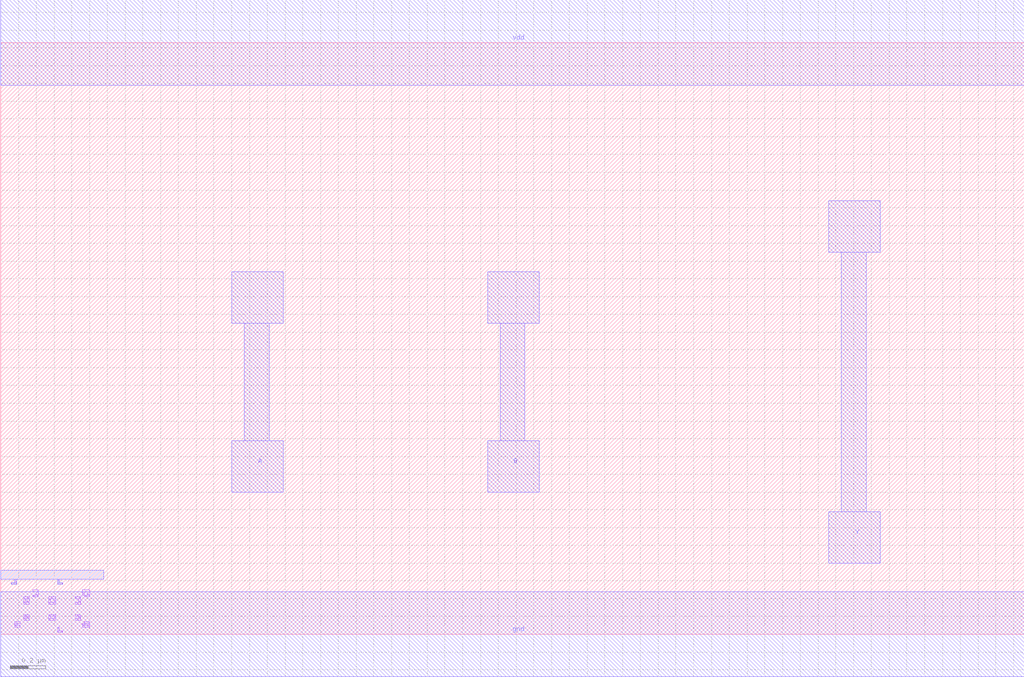
<source format=lef>
VERSION 5.7 ;
  NOWIREEXTENSIONATPIN ON ;
  DIVIDERCHAR "/" ;
  BUSBITCHARS "[]" ;
MACRO AND2X1
  CLASS CORE ;
  FOREIGN AND2X1 ;
  ORIGIN 0.000 0.000 ;
  SIZE 5.760 BY 3.330 ;
  SYMMETRY X Y R90 ;
  SITE unit ;
  PIN vdd
    DIRECTION INOUT ;
    USE POWER ;
    SHAPE ABUTMENT ;
    PORT
      LAYER met1 ;
        RECT 0.000 3.090 5.760 3.570 ;
    END
  END vdd
  PIN gnd
    DIRECTION INOUT ;
    USE GROUND ;
    SHAPE ABUTMENT ;
    PORT
      LAYER met1 ;
        RECT 0.000 -0.240 5.760 0.240 ;
    END
  END gnd
  PIN Y
    DIRECTION INOUT ;
    USE SIGNAL ;
    SHAPE ABUTMENT ;
    PORT
      LAYER met1 ;
        RECT 4.660 2.150 4.950 2.440 ;
        RECT 4.730 0.690 4.870 2.150 ;
        RECT 4.660 0.400 4.950 0.690 ;
    END
  END Y
  PIN B
    DIRECTION INOUT ;
    USE SIGNAL ;
    SHAPE ABUTMENT ;
    PORT
      LAYER met1 ;
        RECT 2.740 1.750 3.030 2.040 ;
        RECT 2.810 1.090 2.950 1.750 ;
        RECT 2.740 0.800 3.030 1.090 ;
    END
  END B
  PIN A
    DIRECTION INOUT ;
    USE SIGNAL ;
    SHAPE ABUTMENT ;
    PORT
      LAYER met1 ;
        RECT 1.300 1.750 1.590 2.040 ;
        RECT 1.370 1.090 1.510 1.750 ;
        RECT 1.300 0.800 1.590 1.090 ;
    END
  END A
  OBS
      LAYER li1 ;
        RECT 0.080 0.290 0.090 0.310 ;
        RECT 0.060 0.280 0.090 0.290 ;
        RECT 0.320 0.290 0.330 0.310 ;
        RECT 0.320 0.280 0.350 0.290 ;
        RECT 0.180 0.240 0.210 0.250 ;
        RECT 0.200 0.220 0.210 0.240 ;
        RECT 0.460 0.240 0.500 0.250 ;
        RECT 0.460 0.220 0.470 0.240 ;
        RECT 0.490 0.220 0.500 0.240 ;
        RECT 0.180 0.210 0.210 0.220 ;
        RECT 0.470 0.210 0.500 0.220 ;
        RECT 0.130 0.200 0.160 0.210 ;
        RECT 0.130 0.180 0.140 0.200 ;
        RECT 0.150 0.180 0.160 0.200 ;
        RECT 0.130 0.170 0.160 0.180 ;
        RECT 0.270 0.200 0.310 0.210 ;
        RECT 0.420 0.200 0.450 0.210 ;
        RECT 0.270 0.180 0.280 0.200 ;
        RECT 0.300 0.180 0.310 0.200 ;
        RECT 0.440 0.180 0.450 0.200 ;
        RECT 0.270 0.170 0.310 0.180 ;
        RECT 0.420 0.170 0.450 0.180 ;
        RECT 0.130 0.100 0.160 0.110 ;
        RECT 0.130 0.090 0.140 0.100 ;
        RECT 0.150 0.090 0.160 0.100 ;
        RECT 0.130 0.080 0.160 0.090 ;
        RECT 0.270 0.100 0.310 0.110 ;
        RECT 0.420 0.100 0.450 0.110 ;
        RECT 0.270 0.090 0.280 0.100 ;
        RECT 0.300 0.090 0.310 0.100 ;
        RECT 0.440 0.090 0.450 0.100 ;
        RECT 0.270 0.080 0.310 0.090 ;
        RECT 0.420 0.080 0.450 0.090 ;
        RECT 0.080 0.060 0.110 0.070 ;
        RECT 0.470 0.060 0.500 0.070 ;
        RECT 0.080 0.050 0.090 0.060 ;
        RECT 0.460 0.050 0.470 0.060 ;
        RECT 0.490 0.050 0.500 0.060 ;
        RECT 0.080 0.040 0.110 0.050 ;
        RECT 0.460 0.040 0.500 0.050 ;
        RECT 0.320 0.020 0.330 0.040 ;
        RECT 0.320 0.010 0.350 0.020 ;
      LAYER met1 ;
        RECT 0.000 0.310 0.580 0.360 ;
        RECT 0.080 0.290 0.090 0.310 ;
        RECT 0.060 0.280 0.090 0.290 ;
        RECT 0.320 0.290 0.330 0.310 ;
        RECT 0.320 0.280 0.350 0.290 ;
  END
END AND2X1
END LIBRARY


</source>
